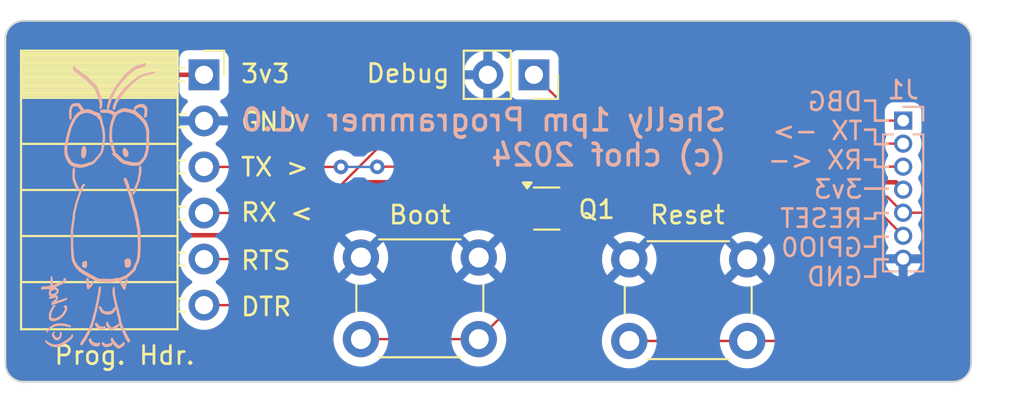
<source format=kicad_pcb>
(kicad_pcb (version 20240108) (generator "pcbnew") (generator_version "8.0")
  (title_block (company "chof.org"))
  (layers (0 "F.Cu" signal) (31 "B.Cu" signal) (34 "B.Paste" user) (35 "F.Paste" user) (36 "B.SilkS" user "B.Silkscreen") (37 "F.SilkS" user "F.Silkscreen") (38 "B.Mask" user) (39 "F.Mask" user) (44 "Edge.Cuts" user))
  (net 0 "")
  (net 1 "ESP_RX")
  (net 2 "GND")
  (net 3 "+3V3")
  (net 4 "ESP_TX")
  (net 5 "~{RESET}")
  (net 6 "~{GPIO0}")
  (net 7 "ESP_DBG")
  (net 8 "RTS")
  (net 9 "DTR")
  (footprint "Button_Switch_THT:SW_PUSH_6mm" (layer "F.Cu") (at 138.55 98.45)
    (property "Reference" "SW1")
    (property "Value" "Reset" (at 3.2 -2.45 0) (layer "F.SilkS"))
    (pad "1" thru_hole circle (at 0 0 90) (size 2 2) (drill 1.1) (layers "*.Cu" "*.Mask") (net 2 "GND"))
    (pad "1" thru_hole circle (at 6.5 0 90) (size 2 2) (drill 1.1) (layers "*.Cu" "*.Mask") (net 2 "GND"))
    (pad "2" thru_hole circle (at 0 4.5 90) (size 2 2) (drill 1.1) (layers "*.Cu" "*.Mask") (net 5 "~{RESET}"))
    (pad "2" thru_hole circle (at 6.5 4.5 90) (size 2 2) (drill 1.1) (layers "*.Cu" "*.Mask") (net 5 "~{RESET}"))
  )
  (footprint "Connector_PinSocket_2.54mm:PinSocket_1x06_P2.54mm_Horizontal" (layer "F.Cu") (at 115.1 88.275)
    (property "Reference" "J2")
    (property "Value" "Prog. Hdr." (at -4.38 15.47 0) (layer "F.SilkS"))
    (pad "1" thru_hole rect (at 0 0) (size 1.7 1.7) (drill 1) (layers "*.Cu" "*.Mask") (net 3 "+3V3"))
    (pad "2" thru_hole oval (at 0 2.54) (size 1.7 1.7) (drill 1) (layers "*.Cu" "*.Mask") (net 2 "GND"))
    (pad "3" thru_hole oval (at 0 5.08) (size 1.7 1.7) (drill 1) (layers "*.Cu" "*.Mask") (net 1 "ESP_RX"))
    (pad "4" thru_hole oval (at 0 7.62) (size 1.7 1.7) (drill 1) (layers "*.Cu" "*.Mask") (net 4 "ESP_TX"))
    (pad "5" thru_hole oval (at 0 10.16) (size 1.7 1.7) (drill 1) (layers "*.Cu" "*.Mask") (net 8 "RTS"))
    (pad "6" thru_hole oval (at 0 12.7) (size 1.7 1.7) (drill 1) (layers "*.Cu" "*.Mask") (net 9 "DTR"))
  )
  (footprint "Connector_PinSocket_2.54mm:PinSocket_1x02_P2.54mm_Vertical" (layer "F.Cu") (at 133.29 88.275 -90)
    (property "Reference" "J3")
    (property "Value" "Debug" (at -0.075 6.94 0) (layer "F.SilkS"))
    (pad "1" thru_hole rect (at 0 0 270) (size 1.7 1.7) (drill 1) (layers "*.Cu" "*.Mask") (net 7 "ESP_DBG"))
    (pad "2" thru_hole oval (at 0 2.54 270) (size 1.7 1.7) (drill 1) (layers "*.Cu" "*.Mask") (net 2 "GND"))
  )
  (footprint "Button_Switch_THT:SW_PUSH_6mm" (layer "F.Cu") (at 123.75 98.35)
    (property "Reference" "SW2")
    (property "Value" "Boot" (at 3.25 -2.35 0) (layer "F.SilkS"))
    (pad "1" thru_hole circle (at 0 0 90) (size 2 2) (drill 1.1) (layers "*.Cu" "*.Mask") (net 2 "GND"))
    (pad "1" thru_hole circle (at 6.5 0 90) (size 2 2) (drill 1.1) (layers "*.Cu" "*.Mask") (net 2 "GND"))
    (pad "2" thru_hole circle (at 0 4.5 90) (size 2 2) (drill 1.1) (layers "*.Cu" "*.Mask") (net 6 "~{GPIO0}"))
    (pad "2" thru_hole circle (at 6.5 4.5 90) (size 2 2) (drill 1.1) (layers "*.Cu" "*.Mask") (net 6 "~{GPIO0}"))
  )
  (footprint "Package_TO_SOT_SMD:SOT-363_SC-70-6" (layer "F.Cu") (at 134 95.65)
    (property "Reference" "Q1" (at 2.75 0.05 0) (layer "F.SilkS"))
    (property "Value" "UMH3N")
    (pad "1" smd roundrect (at -0.95 -0.65) (size 0.65 0.4) (layers "F.Cu" "F.Paste" "F.Mask") (net 8 "RTS"))
    (pad "2" smd roundrect (at -0.95 0) (size 0.65 0.4) (layers "F.Cu" "F.Paste" "F.Mask") (net 9 "DTR"))
    (pad "3" smd roundrect (at -0.95 0.65) (size 0.65 0.4) (layers "F.Cu" "F.Paste" "F.Mask") (net 6 "~{GPIO0}"))
    (pad "4" smd roundrect (at 0.95 0.65) (size 0.65 0.4) (layers "F.Cu" "F.Paste" "F.Mask") (net 9 "DTR"))
    (pad "5" smd roundrect (at 0.95 0) (size 0.65 0.4) (layers "F.Cu" "F.Paste" "F.Mask") (net 8 "RTS"))
    (pad "6" smd roundrect (at 0.95 -0.65) (size 0.65 0.4) (layers "F.Cu" "F.Paste" "F.Mask") (net 5 "~{RESET}"))
  )
  (footprint "Connector_PinHeader_1.27mm:PinHeader_1x07_P1.27mm_Vertical" (layer "B.Cu") (at 153.65 90.8 180)
    (property "Reference" "J1" (at 0 1.695 0) (layer "B.SilkS") (effects (justify mirror)))
    (property "Value" "Device Connector")
    (pad "1" thru_hole rect (at 0 0 180) (size 1 1) (drill 0.65) (layers "*.Cu" "*.Mask") (net 7 "ESP_DBG"))
    (pad "2" thru_hole oval (at 0 -1.27 180) (size 1 1) (drill 0.65) (layers "*.Cu" "*.Mask") (net 4 "ESP_TX"))
    (pad "3" thru_hole oval (at 0 -2.54 180) (size 1 1) (drill 0.65) (layers "*.Cu" "*.Mask") (net 1 "ESP_RX"))
    (pad "4" thru_hole oval (at 0 -3.81 180) (size 1 1) (drill 0.65) (layers "*.Cu" "*.Mask") (net 3 "+3V3"))
    (pad "5" thru_hole oval (at 0 -5.08 180) (size 1 1) (drill 0.65) (layers "*.Cu" "*.Mask") (net 5 "~{RESET}"))
    (pad "6" thru_hole oval (at 0 -6.35 180) (size 1 1) (drill 0.65) (layers "*.Cu" "*.Mask") (net 6 "~{GPIO0}"))
    (pad "7" thru_hole oval (at 0 -7.62 180) (size 1 1) (drill 0.65) (layers "*.Cu" "*.Mask") (net 2 "GND"))
  )
  (footprint "LOGO" (layer "B.Cu") (at 109.506243 95.917987 180)
    (property "Reference" "G***" (hide yes))
    (property "Value" "LOGO" (hide yes))
  )
  (gr_line (start 152.1 97.75) (end 152.1 97.2) (stroke (width 0.15)) (layer "B.SilkS"))
  (gr_line (start 152.1 91.3) (end 152.1 92.1) (stroke (width 0.15)) (layer "B.SilkS"))
  (gr_line (start 151.55 89.7) (end 152.1 89.7) (stroke (width 0.15)) (layer "B.SilkS"))
  (gr_line (start 152.1 96.2) (end 152.1 95.9) (stroke (width 0.15)) (layer "B.SilkS"))
  (gr_line (start 152.1 92.1) (end 152.8 92.1) (stroke (width 0.15)) (layer "B.SilkS"))
  (gr_line (start 152.1 98.45) (end 152.8 98.45) (stroke (width 0.15)) (layer "B.SilkS"))
  (gr_line (start 151.55 91.3) (end 152.1 91.3) (stroke (width 0.15)) (layer "B.SilkS"))
  (gr_line (start 152.1 99.4) (end 152.1 98.45) (stroke (width 0.15)) (layer "B.SilkS"))
  (gr_line (start 152.1 89.7) (end 152.1 90.8) (stroke (width 0.15)) (layer "B.SilkS"))
  (gr_line (start 151.55 96.2) (end 152.1 96.2) (stroke (width 0.15)) (layer "B.SilkS"))
  (gr_line (start 151.55 92.95) (end 152.1 92.95) (stroke (width 0.15)) (layer "B.SilkS"))
  (gr_line (start 152.1 90.8) (end 152.8 90.8) (stroke (width 0.15)) (layer "B.SilkS"))
  (gr_line (start 151.55 97.75) (end 152.1 97.75) (stroke (width 0.15)) (layer "B.SilkS"))
  (gr_line (start 152.1 94.55) (end 152.8 94.55) (stroke (width 0.15)) (layer "B.SilkS"))
  (gr_line (start 152.1 92.95) (end 152.1 93.35) (stroke (width 0.15)) (layer "B.SilkS"))
  (gr_line (start 152.1 95.9) (end 152.8 95.9) (stroke (width 0.15)) (layer "B.SilkS"))
  (gr_line (start 151.55 99.4) (end 152.1 99.4) (stroke (width 0.15)) (layer "B.SilkS"))
  (gr_line (start 151.55 94.55) (end 152.1 94.55) (stroke (width 0.15)) (layer "B.SilkS"))
  (gr_line (start 152.1 93.35) (end 152.8 93.35) (stroke (width 0.15)) (layer "B.SilkS"))
  (gr_line (start 152.1 97.2) (end 152.8 97.2) (stroke (width 0.15)) (layer "B.SilkS"))
  (gr_line (start 105.15 85.3) (end 156.4 85.3) (stroke (width 0.1)) (layer "Edge.Cuts"))
  (gr_arc (start 104.15 86.3) (mid 104.442893 85.592893) (end 105.15 85.3) (stroke (width 0.1)) (layer "Edge.Cuts"))
  (gr_line (start 156.4 105.2) (end 105.15 105.2) (stroke (width 0.1)) (layer "Edge.Cuts"))
  (gr_line (start 104.15 104.2) (end 104.15 86.3) (stroke (width 0.1)) (layer "Edge.Cuts"))
  (gr_arc (start 156.4 85.3) (mid 157.107107 85.592893) (end 157.4 86.3) (stroke (width 0.1)) (layer "Edge.Cuts"))
  (gr_arc (start 105.15 105.2) (mid 104.442893 104.907107) (end 104.15 104.2) (stroke (width 0.1)) (layer "Edge.Cuts"))
  (gr_line (start 157.4 86.3) (end 157.4 104.2) (stroke (width 0.1)) (layer "Edge.Cuts"))
  (gr_arc (start 157.4 104.2) (mid 157.107107 104.907107) (end 156.4 105.2) (stroke (width 0.1)) (layer "Edge.Cuts"))
  (gr_text "DBG\nTX ->\nRX <-\n3v3\nRESET\nGPIO0\nGND" (at 151.5 89.168418 0) (layer "B.SilkS") (effects (font (size 1 1)) (justify left top mirror)))
  (gr_text "Shelly 1pm Programmer v1.0\n(c) chof 2024" (at 144 93.4 0) (layer "B.SilkS") (effects (font (size 1.2 1.2) (thickness 0.2) (bold yes)) (justify left bottom mirror)))
  (gr_text "RX <" (at 117.05 96.45 0) (layer "F.SilkS") (effects (font (size 1 1)) (justify left bottom)))
  (gr_text "RTS" (at 117.05 99.1 0) (layer "F.SilkS") (effects (font (size 1 1)) (justify left bottom)))
  (gr_text "3v3" (at 117.05 88.8 0) (layer "F.SilkS") (effects (font (size 1 1)) (justify left bottom)))
  (gr_text "DTR" (at 117.05 101.65 0) (layer "F.SilkS") (effects (font (size 1 1)) (justify left bottom)))
  (gr_text "TX >" (at 117.05 93.95 0) (layer "F.SilkS") (effects (font (size 1 1)) (justify left bottom)))
  (gr_text "GND" (at 117.05 91.45 0) (layer "F.SilkS") (effects (font (size 1 1)) (justify left bottom)))
  (segment (start 153.65 93.34) (end 124.66 93.34) (width 0.13) (layer "F.Cu") (net 1))
  (segment (start 115.1 93.355) (end 122.65 93.355) (width 0.13) (layer "F.Cu") (net 1))
  (segment (start 124.66 93.34) (end 124.65 93.35) (width 0.13) (layer "F.Cu") (net 1))
  (via (at 124.65 93.35) (size 0.8) (drill 0.4) (layers "F.Cu" "B.Cu") (net 1))
  (via (at 122.65 93.355) (size 0.8) (drill 0.4) (layers "F.Cu" "B.Cu") (net 1))
  (segment (start 124.645 93.355) (end 124.65 93.35) (width 0.13) (layer "B.Cu") (net 1))
  (segment (start 122.65 93.355) (end 124.645 93.355) (width 0.13) (layer "B.Cu") (net 1))
  (segment (start 120.93 97.12) (end 113.17 97.12) (width 0.25) (layer "F.Cu") (net 3))
  (segment (start 112.85 96.8) (end 112.85 88.9) (width 0.25) (layer "F.Cu") (net 3))
  (segment (start 153.24 94.2) (end 123.85 94.2) (width 0.25) (layer "F.Cu") (net 3))
  (segment (start 112.85 88.9) (end 113.475 88.275) (width 0.25) (layer "F.Cu") (net 3))
  (segment (start 113.17 97.12) (end 112.85 96.8) (width 0.25) (layer "F.Cu") (net 3))
  (segment (start 113.475 88.275) (end 115.1 88.275) (width 0.25) (layer "F.Cu") (net 3))
  (segment (start 123.85 94.2) (end 120.93 97.12) (width 0.25) (layer "F.Cu") (net 3))
  (segment (start 153.65 94.61) (end 153.24 94.2) (width 0.25) (layer "F.Cu") (net 3))
  (segment (start 124.93 92.07) (end 121.105 95.895) (width 0.13) (layer "F.Cu") (net 4))
  (segment (start 121.105 95.895) (end 115.1 95.895) (width 0.13) (layer "F.Cu") (net 4))
  (segment (start 153.65 92.07) (end 124.93 92.07) (width 0.13) (layer "F.Cu") (net 4))
  (segment (start 152.77 95) (end 153.65 95.88) (width 0.13) (layer "F.Cu") (net 5))
  (segment (start 145.05 102.95) (end 154.65 102.95) (width 0.13) (layer "F.Cu") (net 5))
  (segment (start 155.65 96.7) (end 154.83 95.88) (width 0.13) (layer "F.Cu") (net 5))
  (segment (start 154.83 95.88) (end 153.65 95.88) (width 0.13) (layer "F.Cu") (net 5))
  (segment (start 155.65 101.95) (end 155.65 96.7) (width 0.13) (layer "F.Cu") (net 5))
  (segment (start 138.55 102.95) (end 145.05 102.95) (width 0.13) (layer "F.Cu") (net 5))
  (segment (start 134.95 95) (end 152.77 95) (width 0.13) (layer "F.Cu") (net 5))
  (segment (start 154.65 102.95) (end 155.65 101.95) (width 0.13) (layer "F.Cu") (net 5))
  (segment (start 153.65 97.15) (end 152.3 95.8) (width 0.13) (layer "F.Cu") (net 6))
  (segment (start 123.75 102.85) (end 130.25 102.85) (width 0.13) (layer "F.Cu") (net 6))
  (segment (start 130.25 102.85) (end 133.05 100.05) (width 0.13) (layer "F.Cu") (net 6))
  (segment (start 152.3 95.8) (end 136.3 95.8) (width 0.13) (layer "F.Cu") (net 6))
  (segment (start 135.385 96.715) (end 133.465 96.715) (width 0.13) (layer "F.Cu") (net 6))
  (segment (start 133.465 96.715) (end 133.05 96.3) (width 0.13) (layer "F.Cu") (net 6))
  (segment (start 133.05 100.05) (end 133.05 96.3) (width 0.13) (layer "F.Cu") (net 6))
  (segment (start 136.3 95.8) (end 135.385 96.715) (width 0.13) (layer "F.Cu") (net 6))
  (segment (start 153.65 90.8) (end 135.815 90.8) (width 0.13) (layer "F.Cu") (net 7))
  (segment (start 135.815 90.8) (end 133.29 88.275) (width 0.13) (layer "F.Cu") (net 7))
  (segment (start 120.515 98.435) (end 123.95 95) (width 0.13) (layer "F.Cu") (net 8))
  (segment (start 133.5 95) (end 134.15 95.65) (width 0.13) (layer "F.Cu") (net 8))
  (segment (start 134.15 95.65) (end 134.95 95.65) (width 0.13) (layer "F.Cu") (net 8))
  (segment (start 123.95 95) (end 133.05 95) (width 0.13) (layer "F.Cu") (net 8))
  (segment (start 133.05 95) (end 133.5 95) (width 0.13) (layer "F.Cu") (net 8))
  (segment (start 115.1 98.435) (end 120.515 98.435) (width 0.13) (layer "F.Cu") (net 8))
  (segment (start 134.95 96.3) (end 134.15 96.3) (width 0.13) (layer "F.Cu") (net 9))
  (segment (start 115.1 100.975) (end 118.675 100.975) (width 0.13) (layer "F.Cu") (net 9))
  (segment (start 133.5 95.65) (end 133.05 95.65) (width 0.13) (layer "F.Cu") (net 9))
  (segment (start 134.15 96.3) (end 133.5 95.65) (width 0.13) (layer "F.Cu") (net 9))
  (segment (start 118.675 100.975) (end 124 95.65) (width 0.13) (layer "F.Cu") (net 9))
  (segment (start 124 95.65) (end 133.05 95.65) (width 0.13) (layer "F.Cu") (net 9))
  (zone (net 2) (net_name "GND") (layer "B.Cu") (connect_pads (clearance 0.508)) (min_thickness 0.25) (fill yes (thermal_gap 0.5) (thermal_bridge_width 0.5))
    (polygon (pts (xy 104.05 85.3) (xy 104.15 105.85) (xy 158.75 105.75) (xy 158.45 84.25) (xy 103.85 84.15)))
  )
)
</source>
